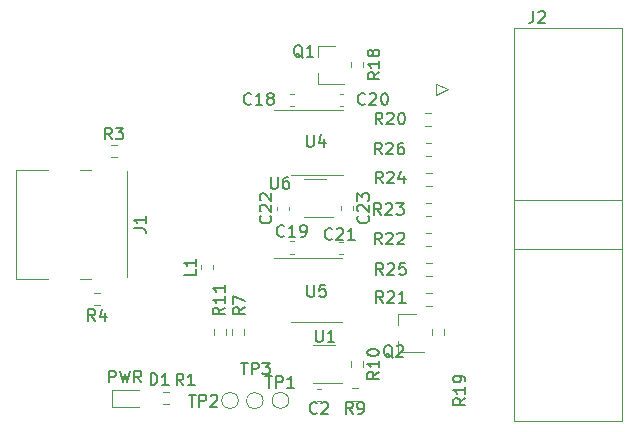
<source format=gto>
G04 #@! TF.GenerationSoftware,KiCad,Pcbnew,(5.1.10-1-10_14)*
G04 #@! TF.CreationDate,2022-01-16T16:12:51+09:00*
G04 #@! TF.ProjectId,ft2232_jtag_tap,66743232-3332-45f6-9a74-61675f746170,rev?*
G04 #@! TF.SameCoordinates,Original*
G04 #@! TF.FileFunction,Legend,Top*
G04 #@! TF.FilePolarity,Positive*
%FSLAX46Y46*%
G04 Gerber Fmt 4.6, Leading zero omitted, Abs format (unit mm)*
G04 Created by KiCad (PCBNEW (5.1.10-1-10_14)) date 2022-01-16 16:12:51*
%MOMM*%
%LPD*%
G01*
G04 APERTURE LIST*
%ADD10C,0.150000*%
%ADD11C,0.120000*%
G04 APERTURE END LIST*
D10*
X56166666Y-130382380D02*
X56166666Y-129382380D01*
X56547619Y-129382380D01*
X56642857Y-129430000D01*
X56690476Y-129477619D01*
X56738095Y-129572857D01*
X56738095Y-129715714D01*
X56690476Y-129810952D01*
X56642857Y-129858571D01*
X56547619Y-129906190D01*
X56166666Y-129906190D01*
X57071428Y-129382380D02*
X57309523Y-130382380D01*
X57500000Y-129668095D01*
X57690476Y-130382380D01*
X57928571Y-129382380D01*
X58880952Y-130382380D02*
X58547619Y-129906190D01*
X58309523Y-130382380D02*
X58309523Y-129382380D01*
X58690476Y-129382380D01*
X58785714Y-129430000D01*
X58833333Y-129477619D01*
X58880952Y-129572857D01*
X58880952Y-129715714D01*
X58833333Y-129810952D01*
X58785714Y-129858571D01*
X58690476Y-129906190D01*
X58309523Y-129906190D01*
D11*
X73740000Y-107315000D02*
X70140000Y-107315000D01*
X73740000Y-107315000D02*
X75940000Y-107315000D01*
X73740000Y-112785000D02*
X71540000Y-112785000D01*
X73740000Y-112785000D02*
X75940000Y-112785000D01*
X63960000Y-120802779D02*
X63960000Y-120477221D01*
X64980000Y-120802779D02*
X64980000Y-120477221D01*
X48270000Y-112405000D02*
X48270000Y-121595000D01*
X57680000Y-112525000D02*
X57680000Y-121475000D01*
X51000000Y-121595000D02*
X48270000Y-121595000D01*
X51000000Y-112405000D02*
X48270000Y-112405000D01*
X54600000Y-121595000D02*
X53700000Y-121595000D01*
X54600000Y-112405000D02*
X53700000Y-112405000D01*
X72684000Y-116362000D02*
X75134000Y-116362000D01*
X74484000Y-113142000D02*
X72684000Y-113142000D01*
X73720000Y-119825000D02*
X70120000Y-119825000D01*
X73720000Y-119825000D02*
X75920000Y-119825000D01*
X73720000Y-125295000D02*
X71520000Y-125295000D01*
X73720000Y-125295000D02*
X75920000Y-125295000D01*
X69200000Y-131930000D02*
G75*
G03*
X69200000Y-131930000I-700000J0D01*
G01*
X67100000Y-131910000D02*
G75*
G03*
X67100000Y-131910000I-700000J0D01*
G01*
X71370000Y-131910000D02*
G75*
G03*
X71370000Y-131910000I-700000J0D01*
G01*
X82972742Y-111182500D02*
X83447258Y-111182500D01*
X82972742Y-110137500D02*
X83447258Y-110137500D01*
X82992742Y-121352500D02*
X83467258Y-121352500D01*
X82992742Y-120307500D02*
X83467258Y-120307500D01*
X82982742Y-113712500D02*
X83457258Y-113712500D01*
X82982742Y-112667500D02*
X83457258Y-112667500D01*
X82962742Y-116262500D02*
X83437258Y-116262500D01*
X82962742Y-115217500D02*
X83437258Y-115217500D01*
X82962742Y-118802500D02*
X83437258Y-118802500D01*
X82962742Y-117757500D02*
X83437258Y-117757500D01*
X82992742Y-123882500D02*
X83467258Y-123882500D01*
X82992742Y-122837500D02*
X83467258Y-122837500D01*
X82942742Y-108642500D02*
X83417258Y-108642500D01*
X82942742Y-107597500D02*
X83417258Y-107597500D01*
X83477500Y-125902742D02*
X83477500Y-126377258D01*
X84522500Y-125902742D02*
X84522500Y-126377258D01*
X76647500Y-103222742D02*
X76647500Y-103697258D01*
X77692500Y-103222742D02*
X77692500Y-103697258D01*
X80650000Y-124630000D02*
X82110000Y-124630000D01*
X80650000Y-127790000D02*
X82810000Y-127790000D01*
X80650000Y-127790000D02*
X80650000Y-126860000D01*
X80650000Y-124630000D02*
X80650000Y-125560000D01*
X73850000Y-101920000D02*
X75310000Y-101920000D01*
X73850000Y-105080000D02*
X76010000Y-105080000D01*
X73850000Y-105080000D02*
X73850000Y-104150000D01*
X73850000Y-101920000D02*
X73850000Y-102850000D01*
X75250000Y-127200000D02*
X73450000Y-127200000D01*
X73450000Y-130420000D02*
X75900000Y-130420000D01*
X66092500Y-125872742D02*
X66092500Y-126347258D01*
X65047500Y-125872742D02*
X65047500Y-126347258D01*
X77652500Y-128602742D02*
X77652500Y-129077258D01*
X76607500Y-128602742D02*
X76607500Y-129077258D01*
X77197258Y-131932500D02*
X76722742Y-131932500D01*
X77197258Y-130887500D02*
X76722742Y-130887500D01*
X67622500Y-125872742D02*
X67622500Y-126347258D01*
X66577500Y-125872742D02*
X66577500Y-126347258D01*
X55377258Y-123822500D02*
X54902742Y-123822500D01*
X55377258Y-122777500D02*
X54902742Y-122777500D01*
X56332742Y-110267500D02*
X56807258Y-110267500D01*
X56332742Y-111312500D02*
X56807258Y-111312500D01*
X60732742Y-131197500D02*
X61207258Y-131197500D01*
X60732742Y-132242500D02*
X61207258Y-132242500D01*
X90470000Y-114960000D02*
X99590000Y-114960000D01*
X90470000Y-119060000D02*
X99590000Y-119060000D01*
X90470000Y-100370000D02*
X99590000Y-100370000D01*
X99590000Y-100370000D02*
X99590000Y-133650000D01*
X99590000Y-133650000D02*
X90470000Y-133650000D01*
X90470000Y-133650000D02*
X90470000Y-100370000D01*
X84850000Y-105580000D02*
X83850000Y-105080000D01*
X83850000Y-105080000D02*
X83850000Y-106080000D01*
X83850000Y-106080000D02*
X84850000Y-105580000D01*
X58700000Y-130985000D02*
X56415000Y-130985000D01*
X56415000Y-130985000D02*
X56415000Y-132455000D01*
X56415000Y-132455000D02*
X58700000Y-132455000D01*
X76800000Y-115489420D02*
X76800000Y-115770580D01*
X75780000Y-115489420D02*
X75780000Y-115770580D01*
X70370000Y-115780580D02*
X70370000Y-115499420D01*
X71390000Y-115780580D02*
X71390000Y-115499420D01*
X75649420Y-118490000D02*
X75930580Y-118490000D01*
X75649420Y-119510000D02*
X75930580Y-119510000D01*
X75679420Y-105990000D02*
X75960580Y-105990000D01*
X75679420Y-107010000D02*
X75960580Y-107010000D01*
X71509420Y-118450000D02*
X71790580Y-118450000D01*
X71509420Y-119470000D02*
X71790580Y-119470000D01*
X71499420Y-105990000D02*
X71780580Y-105990000D01*
X71499420Y-107010000D02*
X71780580Y-107010000D01*
X73799420Y-130910000D02*
X74080580Y-130910000D01*
X73799420Y-131930000D02*
X74080580Y-131930000D01*
D10*
X72898095Y-109434380D02*
X72898095Y-110243904D01*
X72945714Y-110339142D01*
X72993333Y-110386761D01*
X73088571Y-110434380D01*
X73279047Y-110434380D01*
X73374285Y-110386761D01*
X73421904Y-110339142D01*
X73469523Y-110243904D01*
X73469523Y-109434380D01*
X74374285Y-109767714D02*
X74374285Y-110434380D01*
X74136190Y-109386761D02*
X73898095Y-110101047D01*
X74517142Y-110101047D01*
X63492380Y-120806666D02*
X63492380Y-121282857D01*
X62492380Y-121282857D01*
X63492380Y-119949523D02*
X63492380Y-120520952D01*
X63492380Y-120235238D02*
X62492380Y-120235238D01*
X62635238Y-120330476D01*
X62730476Y-120425714D01*
X62778095Y-120520952D01*
X58252380Y-117333333D02*
X58966666Y-117333333D01*
X59109523Y-117380952D01*
X59204761Y-117476190D01*
X59252380Y-117619047D01*
X59252380Y-117714285D01*
X59252380Y-116333333D02*
X59252380Y-116904761D01*
X59252380Y-116619047D02*
X58252380Y-116619047D01*
X58395238Y-116714285D01*
X58490476Y-116809523D01*
X58538095Y-116904761D01*
X69850095Y-112990380D02*
X69850095Y-113799904D01*
X69897714Y-113895142D01*
X69945333Y-113942761D01*
X70040571Y-113990380D01*
X70231047Y-113990380D01*
X70326285Y-113942761D01*
X70373904Y-113895142D01*
X70421523Y-113799904D01*
X70421523Y-112990380D01*
X71326285Y-112990380D02*
X71135809Y-112990380D01*
X71040571Y-113038000D01*
X70992952Y-113085619D01*
X70897714Y-113228476D01*
X70850095Y-113418952D01*
X70850095Y-113799904D01*
X70897714Y-113895142D01*
X70945333Y-113942761D01*
X71040571Y-113990380D01*
X71231047Y-113990380D01*
X71326285Y-113942761D01*
X71373904Y-113895142D01*
X71421523Y-113799904D01*
X71421523Y-113561809D01*
X71373904Y-113466571D01*
X71326285Y-113418952D01*
X71231047Y-113371333D01*
X71040571Y-113371333D01*
X70945333Y-113418952D01*
X70897714Y-113466571D01*
X70850095Y-113561809D01*
X72958095Y-122134380D02*
X72958095Y-122943904D01*
X73005714Y-123039142D01*
X73053333Y-123086761D01*
X73148571Y-123134380D01*
X73339047Y-123134380D01*
X73434285Y-123086761D01*
X73481904Y-123039142D01*
X73529523Y-122943904D01*
X73529523Y-122134380D01*
X74481904Y-122134380D02*
X74005714Y-122134380D01*
X73958095Y-122610571D01*
X74005714Y-122562952D01*
X74100952Y-122515333D01*
X74339047Y-122515333D01*
X74434285Y-122562952D01*
X74481904Y-122610571D01*
X74529523Y-122705809D01*
X74529523Y-122943904D01*
X74481904Y-123039142D01*
X74434285Y-123086761D01*
X74339047Y-123134380D01*
X74100952Y-123134380D01*
X74005714Y-123086761D01*
X73958095Y-123039142D01*
X67338095Y-128712380D02*
X67909523Y-128712380D01*
X67623809Y-129712380D02*
X67623809Y-128712380D01*
X68242857Y-129712380D02*
X68242857Y-128712380D01*
X68623809Y-128712380D01*
X68719047Y-128760000D01*
X68766666Y-128807619D01*
X68814285Y-128902857D01*
X68814285Y-129045714D01*
X68766666Y-129140952D01*
X68719047Y-129188571D01*
X68623809Y-129236190D01*
X68242857Y-129236190D01*
X69147619Y-128712380D02*
X69766666Y-128712380D01*
X69433333Y-129093333D01*
X69576190Y-129093333D01*
X69671428Y-129140952D01*
X69719047Y-129188571D01*
X69766666Y-129283809D01*
X69766666Y-129521904D01*
X69719047Y-129617142D01*
X69671428Y-129664761D01*
X69576190Y-129712380D01*
X69290476Y-129712380D01*
X69195238Y-129664761D01*
X69147619Y-129617142D01*
X62908095Y-131432380D02*
X63479523Y-131432380D01*
X63193809Y-132432380D02*
X63193809Y-131432380D01*
X63812857Y-132432380D02*
X63812857Y-131432380D01*
X64193809Y-131432380D01*
X64289047Y-131480000D01*
X64336666Y-131527619D01*
X64384285Y-131622857D01*
X64384285Y-131765714D01*
X64336666Y-131860952D01*
X64289047Y-131908571D01*
X64193809Y-131956190D01*
X63812857Y-131956190D01*
X64765238Y-131527619D02*
X64812857Y-131480000D01*
X64908095Y-131432380D01*
X65146190Y-131432380D01*
X65241428Y-131480000D01*
X65289047Y-131527619D01*
X65336666Y-131622857D01*
X65336666Y-131718095D01*
X65289047Y-131860952D01*
X64717619Y-132432380D01*
X65336666Y-132432380D01*
X69398095Y-129832380D02*
X69969523Y-129832380D01*
X69683809Y-130832380D02*
X69683809Y-129832380D01*
X70302857Y-130832380D02*
X70302857Y-129832380D01*
X70683809Y-129832380D01*
X70779047Y-129880000D01*
X70826666Y-129927619D01*
X70874285Y-130022857D01*
X70874285Y-130165714D01*
X70826666Y-130260952D01*
X70779047Y-130308571D01*
X70683809Y-130356190D01*
X70302857Y-130356190D01*
X71826666Y-130832380D02*
X71255238Y-130832380D01*
X71540952Y-130832380D02*
X71540952Y-129832380D01*
X71445714Y-129975238D01*
X71350476Y-130070476D01*
X71255238Y-130118095D01*
X79247142Y-111072380D02*
X78913809Y-110596190D01*
X78675714Y-111072380D02*
X78675714Y-110072380D01*
X79056666Y-110072380D01*
X79151904Y-110120000D01*
X79199523Y-110167619D01*
X79247142Y-110262857D01*
X79247142Y-110405714D01*
X79199523Y-110500952D01*
X79151904Y-110548571D01*
X79056666Y-110596190D01*
X78675714Y-110596190D01*
X79628095Y-110167619D02*
X79675714Y-110120000D01*
X79770952Y-110072380D01*
X80009047Y-110072380D01*
X80104285Y-110120000D01*
X80151904Y-110167619D01*
X80199523Y-110262857D01*
X80199523Y-110358095D01*
X80151904Y-110500952D01*
X79580476Y-111072380D01*
X80199523Y-111072380D01*
X81056666Y-110072380D02*
X80866190Y-110072380D01*
X80770952Y-110120000D01*
X80723333Y-110167619D01*
X80628095Y-110310476D01*
X80580476Y-110500952D01*
X80580476Y-110881904D01*
X80628095Y-110977142D01*
X80675714Y-111024761D01*
X80770952Y-111072380D01*
X80961428Y-111072380D01*
X81056666Y-111024761D01*
X81104285Y-110977142D01*
X81151904Y-110881904D01*
X81151904Y-110643809D01*
X81104285Y-110548571D01*
X81056666Y-110500952D01*
X80961428Y-110453333D01*
X80770952Y-110453333D01*
X80675714Y-110500952D01*
X80628095Y-110548571D01*
X80580476Y-110643809D01*
X79367142Y-121272380D02*
X79033809Y-120796190D01*
X78795714Y-121272380D02*
X78795714Y-120272380D01*
X79176666Y-120272380D01*
X79271904Y-120320000D01*
X79319523Y-120367619D01*
X79367142Y-120462857D01*
X79367142Y-120605714D01*
X79319523Y-120700952D01*
X79271904Y-120748571D01*
X79176666Y-120796190D01*
X78795714Y-120796190D01*
X79748095Y-120367619D02*
X79795714Y-120320000D01*
X79890952Y-120272380D01*
X80129047Y-120272380D01*
X80224285Y-120320000D01*
X80271904Y-120367619D01*
X80319523Y-120462857D01*
X80319523Y-120558095D01*
X80271904Y-120700952D01*
X79700476Y-121272380D01*
X80319523Y-121272380D01*
X81224285Y-120272380D02*
X80748095Y-120272380D01*
X80700476Y-120748571D01*
X80748095Y-120700952D01*
X80843333Y-120653333D01*
X81081428Y-120653333D01*
X81176666Y-120700952D01*
X81224285Y-120748571D01*
X81271904Y-120843809D01*
X81271904Y-121081904D01*
X81224285Y-121177142D01*
X81176666Y-121224761D01*
X81081428Y-121272380D01*
X80843333Y-121272380D01*
X80748095Y-121224761D01*
X80700476Y-121177142D01*
X79317142Y-113532380D02*
X78983809Y-113056190D01*
X78745714Y-113532380D02*
X78745714Y-112532380D01*
X79126666Y-112532380D01*
X79221904Y-112580000D01*
X79269523Y-112627619D01*
X79317142Y-112722857D01*
X79317142Y-112865714D01*
X79269523Y-112960952D01*
X79221904Y-113008571D01*
X79126666Y-113056190D01*
X78745714Y-113056190D01*
X79698095Y-112627619D02*
X79745714Y-112580000D01*
X79840952Y-112532380D01*
X80079047Y-112532380D01*
X80174285Y-112580000D01*
X80221904Y-112627619D01*
X80269523Y-112722857D01*
X80269523Y-112818095D01*
X80221904Y-112960952D01*
X79650476Y-113532380D01*
X80269523Y-113532380D01*
X81126666Y-112865714D02*
X81126666Y-113532380D01*
X80888571Y-112484761D02*
X80650476Y-113199047D01*
X81269523Y-113199047D01*
X79197142Y-116192380D02*
X78863809Y-115716190D01*
X78625714Y-116192380D02*
X78625714Y-115192380D01*
X79006666Y-115192380D01*
X79101904Y-115240000D01*
X79149523Y-115287619D01*
X79197142Y-115382857D01*
X79197142Y-115525714D01*
X79149523Y-115620952D01*
X79101904Y-115668571D01*
X79006666Y-115716190D01*
X78625714Y-115716190D01*
X79578095Y-115287619D02*
X79625714Y-115240000D01*
X79720952Y-115192380D01*
X79959047Y-115192380D01*
X80054285Y-115240000D01*
X80101904Y-115287619D01*
X80149523Y-115382857D01*
X80149523Y-115478095D01*
X80101904Y-115620952D01*
X79530476Y-116192380D01*
X80149523Y-116192380D01*
X80482857Y-115192380D02*
X81101904Y-115192380D01*
X80768571Y-115573333D01*
X80911428Y-115573333D01*
X81006666Y-115620952D01*
X81054285Y-115668571D01*
X81101904Y-115763809D01*
X81101904Y-116001904D01*
X81054285Y-116097142D01*
X81006666Y-116144761D01*
X80911428Y-116192380D01*
X80625714Y-116192380D01*
X80530476Y-116144761D01*
X80482857Y-116097142D01*
X79237142Y-118702380D02*
X78903809Y-118226190D01*
X78665714Y-118702380D02*
X78665714Y-117702380D01*
X79046666Y-117702380D01*
X79141904Y-117750000D01*
X79189523Y-117797619D01*
X79237142Y-117892857D01*
X79237142Y-118035714D01*
X79189523Y-118130952D01*
X79141904Y-118178571D01*
X79046666Y-118226190D01*
X78665714Y-118226190D01*
X79618095Y-117797619D02*
X79665714Y-117750000D01*
X79760952Y-117702380D01*
X79999047Y-117702380D01*
X80094285Y-117750000D01*
X80141904Y-117797619D01*
X80189523Y-117892857D01*
X80189523Y-117988095D01*
X80141904Y-118130952D01*
X79570476Y-118702380D01*
X80189523Y-118702380D01*
X80570476Y-117797619D02*
X80618095Y-117750000D01*
X80713333Y-117702380D01*
X80951428Y-117702380D01*
X81046666Y-117750000D01*
X81094285Y-117797619D01*
X81141904Y-117892857D01*
X81141904Y-117988095D01*
X81094285Y-118130952D01*
X80522857Y-118702380D01*
X81141904Y-118702380D01*
X79367142Y-123642380D02*
X79033809Y-123166190D01*
X78795714Y-123642380D02*
X78795714Y-122642380D01*
X79176666Y-122642380D01*
X79271904Y-122690000D01*
X79319523Y-122737619D01*
X79367142Y-122832857D01*
X79367142Y-122975714D01*
X79319523Y-123070952D01*
X79271904Y-123118571D01*
X79176666Y-123166190D01*
X78795714Y-123166190D01*
X79748095Y-122737619D02*
X79795714Y-122690000D01*
X79890952Y-122642380D01*
X80129047Y-122642380D01*
X80224285Y-122690000D01*
X80271904Y-122737619D01*
X80319523Y-122832857D01*
X80319523Y-122928095D01*
X80271904Y-123070952D01*
X79700476Y-123642380D01*
X80319523Y-123642380D01*
X81271904Y-123642380D02*
X80700476Y-123642380D01*
X80986190Y-123642380D02*
X80986190Y-122642380D01*
X80890952Y-122785238D01*
X80795714Y-122880476D01*
X80700476Y-122928095D01*
X79297142Y-108532380D02*
X78963809Y-108056190D01*
X78725714Y-108532380D02*
X78725714Y-107532380D01*
X79106666Y-107532380D01*
X79201904Y-107580000D01*
X79249523Y-107627619D01*
X79297142Y-107722857D01*
X79297142Y-107865714D01*
X79249523Y-107960952D01*
X79201904Y-108008571D01*
X79106666Y-108056190D01*
X78725714Y-108056190D01*
X79678095Y-107627619D02*
X79725714Y-107580000D01*
X79820952Y-107532380D01*
X80059047Y-107532380D01*
X80154285Y-107580000D01*
X80201904Y-107627619D01*
X80249523Y-107722857D01*
X80249523Y-107818095D01*
X80201904Y-107960952D01*
X79630476Y-108532380D01*
X80249523Y-108532380D01*
X80868571Y-107532380D02*
X80963809Y-107532380D01*
X81059047Y-107580000D01*
X81106666Y-107627619D01*
X81154285Y-107722857D01*
X81201904Y-107913333D01*
X81201904Y-108151428D01*
X81154285Y-108341904D01*
X81106666Y-108437142D01*
X81059047Y-108484761D01*
X80963809Y-108532380D01*
X80868571Y-108532380D01*
X80773333Y-108484761D01*
X80725714Y-108437142D01*
X80678095Y-108341904D01*
X80630476Y-108151428D01*
X80630476Y-107913333D01*
X80678095Y-107722857D01*
X80725714Y-107627619D01*
X80773333Y-107580000D01*
X80868571Y-107532380D01*
X86304380Y-131706857D02*
X85828190Y-132040190D01*
X86304380Y-132278285D02*
X85304380Y-132278285D01*
X85304380Y-131897333D01*
X85352000Y-131802095D01*
X85399619Y-131754476D01*
X85494857Y-131706857D01*
X85637714Y-131706857D01*
X85732952Y-131754476D01*
X85780571Y-131802095D01*
X85828190Y-131897333D01*
X85828190Y-132278285D01*
X86304380Y-130754476D02*
X86304380Y-131325904D01*
X86304380Y-131040190D02*
X85304380Y-131040190D01*
X85447238Y-131135428D01*
X85542476Y-131230666D01*
X85590095Y-131325904D01*
X86304380Y-130278285D02*
X86304380Y-130087809D01*
X86256761Y-129992571D01*
X86209142Y-129944952D01*
X86066285Y-129849714D01*
X85875809Y-129802095D01*
X85494857Y-129802095D01*
X85399619Y-129849714D01*
X85352000Y-129897333D01*
X85304380Y-129992571D01*
X85304380Y-130183047D01*
X85352000Y-130278285D01*
X85399619Y-130325904D01*
X85494857Y-130373523D01*
X85732952Y-130373523D01*
X85828190Y-130325904D01*
X85875809Y-130278285D01*
X85923428Y-130183047D01*
X85923428Y-129992571D01*
X85875809Y-129897333D01*
X85828190Y-129849714D01*
X85732952Y-129802095D01*
X79052380Y-104102857D02*
X78576190Y-104436190D01*
X79052380Y-104674285D02*
X78052380Y-104674285D01*
X78052380Y-104293333D01*
X78100000Y-104198095D01*
X78147619Y-104150476D01*
X78242857Y-104102857D01*
X78385714Y-104102857D01*
X78480952Y-104150476D01*
X78528571Y-104198095D01*
X78576190Y-104293333D01*
X78576190Y-104674285D01*
X79052380Y-103150476D02*
X79052380Y-103721904D01*
X79052380Y-103436190D02*
X78052380Y-103436190D01*
X78195238Y-103531428D01*
X78290476Y-103626666D01*
X78338095Y-103721904D01*
X78480952Y-102579047D02*
X78433333Y-102674285D01*
X78385714Y-102721904D01*
X78290476Y-102769523D01*
X78242857Y-102769523D01*
X78147619Y-102721904D01*
X78100000Y-102674285D01*
X78052380Y-102579047D01*
X78052380Y-102388571D01*
X78100000Y-102293333D01*
X78147619Y-102245714D01*
X78242857Y-102198095D01*
X78290476Y-102198095D01*
X78385714Y-102245714D01*
X78433333Y-102293333D01*
X78480952Y-102388571D01*
X78480952Y-102579047D01*
X78528571Y-102674285D01*
X78576190Y-102721904D01*
X78671428Y-102769523D01*
X78861904Y-102769523D01*
X78957142Y-102721904D01*
X79004761Y-102674285D01*
X79052380Y-102579047D01*
X79052380Y-102388571D01*
X79004761Y-102293333D01*
X78957142Y-102245714D01*
X78861904Y-102198095D01*
X78671428Y-102198095D01*
X78576190Y-102245714D01*
X78528571Y-102293333D01*
X78480952Y-102388571D01*
X80168761Y-128309619D02*
X80073523Y-128262000D01*
X79978285Y-128166761D01*
X79835428Y-128023904D01*
X79740190Y-127976285D01*
X79644952Y-127976285D01*
X79692571Y-128214380D02*
X79597333Y-128166761D01*
X79502095Y-128071523D01*
X79454476Y-127881047D01*
X79454476Y-127547714D01*
X79502095Y-127357238D01*
X79597333Y-127262000D01*
X79692571Y-127214380D01*
X79883047Y-127214380D01*
X79978285Y-127262000D01*
X80073523Y-127357238D01*
X80121142Y-127547714D01*
X80121142Y-127881047D01*
X80073523Y-128071523D01*
X79978285Y-128166761D01*
X79883047Y-128214380D01*
X79692571Y-128214380D01*
X80502095Y-127309619D02*
X80549714Y-127262000D01*
X80644952Y-127214380D01*
X80883047Y-127214380D01*
X80978285Y-127262000D01*
X81025904Y-127309619D01*
X81073523Y-127404857D01*
X81073523Y-127500095D01*
X81025904Y-127642952D01*
X80454476Y-128214380D01*
X81073523Y-128214380D01*
X72548761Y-102909619D02*
X72453523Y-102862000D01*
X72358285Y-102766761D01*
X72215428Y-102623904D01*
X72120190Y-102576285D01*
X72024952Y-102576285D01*
X72072571Y-102814380D02*
X71977333Y-102766761D01*
X71882095Y-102671523D01*
X71834476Y-102481047D01*
X71834476Y-102147714D01*
X71882095Y-101957238D01*
X71977333Y-101862000D01*
X72072571Y-101814380D01*
X72263047Y-101814380D01*
X72358285Y-101862000D01*
X72453523Y-101957238D01*
X72501142Y-102147714D01*
X72501142Y-102481047D01*
X72453523Y-102671523D01*
X72358285Y-102766761D01*
X72263047Y-102814380D01*
X72072571Y-102814380D01*
X73453523Y-102814380D02*
X72882095Y-102814380D01*
X73167809Y-102814380D02*
X73167809Y-101814380D01*
X73072571Y-101957238D01*
X72977333Y-102052476D01*
X72882095Y-102100095D01*
X73660095Y-125944380D02*
X73660095Y-126753904D01*
X73707714Y-126849142D01*
X73755333Y-126896761D01*
X73850571Y-126944380D01*
X74041047Y-126944380D01*
X74136285Y-126896761D01*
X74183904Y-126849142D01*
X74231523Y-126753904D01*
X74231523Y-125944380D01*
X75231523Y-126944380D02*
X74660095Y-126944380D01*
X74945809Y-126944380D02*
X74945809Y-125944380D01*
X74850571Y-126087238D01*
X74755333Y-126182476D01*
X74660095Y-126230095D01*
X65942380Y-124042857D02*
X65466190Y-124376190D01*
X65942380Y-124614285D02*
X64942380Y-124614285D01*
X64942380Y-124233333D01*
X64990000Y-124138095D01*
X65037619Y-124090476D01*
X65132857Y-124042857D01*
X65275714Y-124042857D01*
X65370952Y-124090476D01*
X65418571Y-124138095D01*
X65466190Y-124233333D01*
X65466190Y-124614285D01*
X65942380Y-123090476D02*
X65942380Y-123661904D01*
X65942380Y-123376190D02*
X64942380Y-123376190D01*
X65085238Y-123471428D01*
X65180476Y-123566666D01*
X65228095Y-123661904D01*
X65942380Y-122138095D02*
X65942380Y-122709523D01*
X65942380Y-122423809D02*
X64942380Y-122423809D01*
X65085238Y-122519047D01*
X65180476Y-122614285D01*
X65228095Y-122709523D01*
X79012380Y-129482857D02*
X78536190Y-129816190D01*
X79012380Y-130054285D02*
X78012380Y-130054285D01*
X78012380Y-129673333D01*
X78060000Y-129578095D01*
X78107619Y-129530476D01*
X78202857Y-129482857D01*
X78345714Y-129482857D01*
X78440952Y-129530476D01*
X78488571Y-129578095D01*
X78536190Y-129673333D01*
X78536190Y-130054285D01*
X79012380Y-128530476D02*
X79012380Y-129101904D01*
X79012380Y-128816190D02*
X78012380Y-128816190D01*
X78155238Y-128911428D01*
X78250476Y-129006666D01*
X78298095Y-129101904D01*
X78012380Y-127911428D02*
X78012380Y-127816190D01*
X78060000Y-127720952D01*
X78107619Y-127673333D01*
X78202857Y-127625714D01*
X78393333Y-127578095D01*
X78631428Y-127578095D01*
X78821904Y-127625714D01*
X78917142Y-127673333D01*
X78964761Y-127720952D01*
X79012380Y-127816190D01*
X79012380Y-127911428D01*
X78964761Y-128006666D01*
X78917142Y-128054285D01*
X78821904Y-128101904D01*
X78631428Y-128149523D01*
X78393333Y-128149523D01*
X78202857Y-128101904D01*
X78107619Y-128054285D01*
X78060000Y-128006666D01*
X78012380Y-127911428D01*
X76795333Y-133040380D02*
X76462000Y-132564190D01*
X76223904Y-133040380D02*
X76223904Y-132040380D01*
X76604857Y-132040380D01*
X76700095Y-132088000D01*
X76747714Y-132135619D01*
X76795333Y-132230857D01*
X76795333Y-132373714D01*
X76747714Y-132468952D01*
X76700095Y-132516571D01*
X76604857Y-132564190D01*
X76223904Y-132564190D01*
X77271523Y-133040380D02*
X77462000Y-133040380D01*
X77557238Y-132992761D01*
X77604857Y-132945142D01*
X77700095Y-132802285D01*
X77747714Y-132611809D01*
X77747714Y-132230857D01*
X77700095Y-132135619D01*
X77652476Y-132088000D01*
X77557238Y-132040380D01*
X77366761Y-132040380D01*
X77271523Y-132088000D01*
X77223904Y-132135619D01*
X77176285Y-132230857D01*
X77176285Y-132468952D01*
X77223904Y-132564190D01*
X77271523Y-132611809D01*
X77366761Y-132659428D01*
X77557238Y-132659428D01*
X77652476Y-132611809D01*
X77700095Y-132564190D01*
X77747714Y-132468952D01*
X67642380Y-124036666D02*
X67166190Y-124370000D01*
X67642380Y-124608095D02*
X66642380Y-124608095D01*
X66642380Y-124227142D01*
X66690000Y-124131904D01*
X66737619Y-124084285D01*
X66832857Y-124036666D01*
X66975714Y-124036666D01*
X67070952Y-124084285D01*
X67118571Y-124131904D01*
X67166190Y-124227142D01*
X67166190Y-124608095D01*
X66642380Y-123703333D02*
X66642380Y-123036666D01*
X67642380Y-123465238D01*
X54973333Y-125182380D02*
X54640000Y-124706190D01*
X54401904Y-125182380D02*
X54401904Y-124182380D01*
X54782857Y-124182380D01*
X54878095Y-124230000D01*
X54925714Y-124277619D01*
X54973333Y-124372857D01*
X54973333Y-124515714D01*
X54925714Y-124610952D01*
X54878095Y-124658571D01*
X54782857Y-124706190D01*
X54401904Y-124706190D01*
X55830476Y-124515714D02*
X55830476Y-125182380D01*
X55592380Y-124134761D02*
X55354285Y-124849047D01*
X55973333Y-124849047D01*
X56403333Y-109812380D02*
X56070000Y-109336190D01*
X55831904Y-109812380D02*
X55831904Y-108812380D01*
X56212857Y-108812380D01*
X56308095Y-108860000D01*
X56355714Y-108907619D01*
X56403333Y-109002857D01*
X56403333Y-109145714D01*
X56355714Y-109240952D01*
X56308095Y-109288571D01*
X56212857Y-109336190D01*
X55831904Y-109336190D01*
X56736666Y-108812380D02*
X57355714Y-108812380D01*
X57022380Y-109193333D01*
X57165238Y-109193333D01*
X57260476Y-109240952D01*
X57308095Y-109288571D01*
X57355714Y-109383809D01*
X57355714Y-109621904D01*
X57308095Y-109717142D01*
X57260476Y-109764761D01*
X57165238Y-109812380D01*
X56879523Y-109812380D01*
X56784285Y-109764761D01*
X56736666Y-109717142D01*
X62453333Y-130642380D02*
X62120000Y-130166190D01*
X61881904Y-130642380D02*
X61881904Y-129642380D01*
X62262857Y-129642380D01*
X62358095Y-129690000D01*
X62405714Y-129737619D01*
X62453333Y-129832857D01*
X62453333Y-129975714D01*
X62405714Y-130070952D01*
X62358095Y-130118571D01*
X62262857Y-130166190D01*
X61881904Y-130166190D01*
X63405714Y-130642380D02*
X62834285Y-130642380D01*
X63120000Y-130642380D02*
X63120000Y-129642380D01*
X63024761Y-129785238D01*
X62929523Y-129880476D01*
X62834285Y-129928095D01*
X92081666Y-98932380D02*
X92081666Y-99646666D01*
X92034047Y-99789523D01*
X91938809Y-99884761D01*
X91795952Y-99932380D01*
X91700714Y-99932380D01*
X92510238Y-99027619D02*
X92557857Y-98980000D01*
X92653095Y-98932380D01*
X92891190Y-98932380D01*
X92986428Y-98980000D01*
X93034047Y-99027619D01*
X93081666Y-99122857D01*
X93081666Y-99218095D01*
X93034047Y-99360952D01*
X92462619Y-99932380D01*
X93081666Y-99932380D01*
X59681904Y-130602380D02*
X59681904Y-129602380D01*
X59920000Y-129602380D01*
X60062857Y-129650000D01*
X60158095Y-129745238D01*
X60205714Y-129840476D01*
X60253333Y-130030952D01*
X60253333Y-130173809D01*
X60205714Y-130364285D01*
X60158095Y-130459523D01*
X60062857Y-130554761D01*
X59920000Y-130602380D01*
X59681904Y-130602380D01*
X61205714Y-130602380D02*
X60634285Y-130602380D01*
X60920000Y-130602380D02*
X60920000Y-129602380D01*
X60824761Y-129745238D01*
X60729523Y-129840476D01*
X60634285Y-129888095D01*
X78077142Y-116272857D02*
X78124761Y-116320476D01*
X78172380Y-116463333D01*
X78172380Y-116558571D01*
X78124761Y-116701428D01*
X78029523Y-116796666D01*
X77934285Y-116844285D01*
X77743809Y-116891904D01*
X77600952Y-116891904D01*
X77410476Y-116844285D01*
X77315238Y-116796666D01*
X77220000Y-116701428D01*
X77172380Y-116558571D01*
X77172380Y-116463333D01*
X77220000Y-116320476D01*
X77267619Y-116272857D01*
X77267619Y-115891904D02*
X77220000Y-115844285D01*
X77172380Y-115749047D01*
X77172380Y-115510952D01*
X77220000Y-115415714D01*
X77267619Y-115368095D01*
X77362857Y-115320476D01*
X77458095Y-115320476D01*
X77600952Y-115368095D01*
X78172380Y-115939523D01*
X78172380Y-115320476D01*
X77172380Y-114987142D02*
X77172380Y-114368095D01*
X77553333Y-114701428D01*
X77553333Y-114558571D01*
X77600952Y-114463333D01*
X77648571Y-114415714D01*
X77743809Y-114368095D01*
X77981904Y-114368095D01*
X78077142Y-114415714D01*
X78124761Y-114463333D01*
X78172380Y-114558571D01*
X78172380Y-114844285D01*
X78124761Y-114939523D01*
X78077142Y-114987142D01*
X69807142Y-116282857D02*
X69854761Y-116330476D01*
X69902380Y-116473333D01*
X69902380Y-116568571D01*
X69854761Y-116711428D01*
X69759523Y-116806666D01*
X69664285Y-116854285D01*
X69473809Y-116901904D01*
X69330952Y-116901904D01*
X69140476Y-116854285D01*
X69045238Y-116806666D01*
X68950000Y-116711428D01*
X68902380Y-116568571D01*
X68902380Y-116473333D01*
X68950000Y-116330476D01*
X68997619Y-116282857D01*
X68997619Y-115901904D02*
X68950000Y-115854285D01*
X68902380Y-115759047D01*
X68902380Y-115520952D01*
X68950000Y-115425714D01*
X68997619Y-115378095D01*
X69092857Y-115330476D01*
X69188095Y-115330476D01*
X69330952Y-115378095D01*
X69902380Y-115949523D01*
X69902380Y-115330476D01*
X68997619Y-114949523D02*
X68950000Y-114901904D01*
X68902380Y-114806666D01*
X68902380Y-114568571D01*
X68950000Y-114473333D01*
X68997619Y-114425714D01*
X69092857Y-114378095D01*
X69188095Y-114378095D01*
X69330952Y-114425714D01*
X69902380Y-114997142D01*
X69902380Y-114378095D01*
X75049142Y-118213142D02*
X75001523Y-118260761D01*
X74858666Y-118308380D01*
X74763428Y-118308380D01*
X74620571Y-118260761D01*
X74525333Y-118165523D01*
X74477714Y-118070285D01*
X74430095Y-117879809D01*
X74430095Y-117736952D01*
X74477714Y-117546476D01*
X74525333Y-117451238D01*
X74620571Y-117356000D01*
X74763428Y-117308380D01*
X74858666Y-117308380D01*
X75001523Y-117356000D01*
X75049142Y-117403619D01*
X75430095Y-117403619D02*
X75477714Y-117356000D01*
X75572952Y-117308380D01*
X75811047Y-117308380D01*
X75906285Y-117356000D01*
X75953904Y-117403619D01*
X76001523Y-117498857D01*
X76001523Y-117594095D01*
X75953904Y-117736952D01*
X75382476Y-118308380D01*
X76001523Y-118308380D01*
X76953904Y-118308380D02*
X76382476Y-118308380D01*
X76668190Y-118308380D02*
X76668190Y-117308380D01*
X76572952Y-117451238D01*
X76477714Y-117546476D01*
X76382476Y-117594095D01*
X77843142Y-106783142D02*
X77795523Y-106830761D01*
X77652666Y-106878380D01*
X77557428Y-106878380D01*
X77414571Y-106830761D01*
X77319333Y-106735523D01*
X77271714Y-106640285D01*
X77224095Y-106449809D01*
X77224095Y-106306952D01*
X77271714Y-106116476D01*
X77319333Y-106021238D01*
X77414571Y-105926000D01*
X77557428Y-105878380D01*
X77652666Y-105878380D01*
X77795523Y-105926000D01*
X77843142Y-105973619D01*
X78224095Y-105973619D02*
X78271714Y-105926000D01*
X78366952Y-105878380D01*
X78605047Y-105878380D01*
X78700285Y-105926000D01*
X78747904Y-105973619D01*
X78795523Y-106068857D01*
X78795523Y-106164095D01*
X78747904Y-106306952D01*
X78176476Y-106878380D01*
X78795523Y-106878380D01*
X79414571Y-105878380D02*
X79509809Y-105878380D01*
X79605047Y-105926000D01*
X79652666Y-105973619D01*
X79700285Y-106068857D01*
X79747904Y-106259333D01*
X79747904Y-106497428D01*
X79700285Y-106687904D01*
X79652666Y-106783142D01*
X79605047Y-106830761D01*
X79509809Y-106878380D01*
X79414571Y-106878380D01*
X79319333Y-106830761D01*
X79271714Y-106783142D01*
X79224095Y-106687904D01*
X79176476Y-106497428D01*
X79176476Y-106259333D01*
X79224095Y-106068857D01*
X79271714Y-105973619D01*
X79319333Y-105926000D01*
X79414571Y-105878380D01*
X70985142Y-117959142D02*
X70937523Y-118006761D01*
X70794666Y-118054380D01*
X70699428Y-118054380D01*
X70556571Y-118006761D01*
X70461333Y-117911523D01*
X70413714Y-117816285D01*
X70366095Y-117625809D01*
X70366095Y-117482952D01*
X70413714Y-117292476D01*
X70461333Y-117197238D01*
X70556571Y-117102000D01*
X70699428Y-117054380D01*
X70794666Y-117054380D01*
X70937523Y-117102000D01*
X70985142Y-117149619D01*
X71937523Y-118054380D02*
X71366095Y-118054380D01*
X71651809Y-118054380D02*
X71651809Y-117054380D01*
X71556571Y-117197238D01*
X71461333Y-117292476D01*
X71366095Y-117340095D01*
X72413714Y-118054380D02*
X72604190Y-118054380D01*
X72699428Y-118006761D01*
X72747047Y-117959142D01*
X72842285Y-117816285D01*
X72889904Y-117625809D01*
X72889904Y-117244857D01*
X72842285Y-117149619D01*
X72794666Y-117102000D01*
X72699428Y-117054380D01*
X72508952Y-117054380D01*
X72413714Y-117102000D01*
X72366095Y-117149619D01*
X72318476Y-117244857D01*
X72318476Y-117482952D01*
X72366095Y-117578190D01*
X72413714Y-117625809D01*
X72508952Y-117673428D01*
X72699428Y-117673428D01*
X72794666Y-117625809D01*
X72842285Y-117578190D01*
X72889904Y-117482952D01*
X68191142Y-106783142D02*
X68143523Y-106830761D01*
X68000666Y-106878380D01*
X67905428Y-106878380D01*
X67762571Y-106830761D01*
X67667333Y-106735523D01*
X67619714Y-106640285D01*
X67572095Y-106449809D01*
X67572095Y-106306952D01*
X67619714Y-106116476D01*
X67667333Y-106021238D01*
X67762571Y-105926000D01*
X67905428Y-105878380D01*
X68000666Y-105878380D01*
X68143523Y-105926000D01*
X68191142Y-105973619D01*
X69143523Y-106878380D02*
X68572095Y-106878380D01*
X68857809Y-106878380D02*
X68857809Y-105878380D01*
X68762571Y-106021238D01*
X68667333Y-106116476D01*
X68572095Y-106164095D01*
X69714952Y-106306952D02*
X69619714Y-106259333D01*
X69572095Y-106211714D01*
X69524476Y-106116476D01*
X69524476Y-106068857D01*
X69572095Y-105973619D01*
X69619714Y-105926000D01*
X69714952Y-105878380D01*
X69905428Y-105878380D01*
X70000666Y-105926000D01*
X70048285Y-105973619D01*
X70095904Y-106068857D01*
X70095904Y-106116476D01*
X70048285Y-106211714D01*
X70000666Y-106259333D01*
X69905428Y-106306952D01*
X69714952Y-106306952D01*
X69619714Y-106354571D01*
X69572095Y-106402190D01*
X69524476Y-106497428D01*
X69524476Y-106687904D01*
X69572095Y-106783142D01*
X69619714Y-106830761D01*
X69714952Y-106878380D01*
X69905428Y-106878380D01*
X70000666Y-106830761D01*
X70048285Y-106783142D01*
X70095904Y-106687904D01*
X70095904Y-106497428D01*
X70048285Y-106402190D01*
X70000666Y-106354571D01*
X69905428Y-106306952D01*
X73747333Y-132945142D02*
X73699714Y-132992761D01*
X73556857Y-133040380D01*
X73461619Y-133040380D01*
X73318761Y-132992761D01*
X73223523Y-132897523D01*
X73175904Y-132802285D01*
X73128285Y-132611809D01*
X73128285Y-132468952D01*
X73175904Y-132278476D01*
X73223523Y-132183238D01*
X73318761Y-132088000D01*
X73461619Y-132040380D01*
X73556857Y-132040380D01*
X73699714Y-132088000D01*
X73747333Y-132135619D01*
X74128285Y-132135619D02*
X74175904Y-132088000D01*
X74271142Y-132040380D01*
X74509238Y-132040380D01*
X74604476Y-132088000D01*
X74652095Y-132135619D01*
X74699714Y-132230857D01*
X74699714Y-132326095D01*
X74652095Y-132468952D01*
X74080666Y-133040380D01*
X74699714Y-133040380D01*
M02*

</source>
